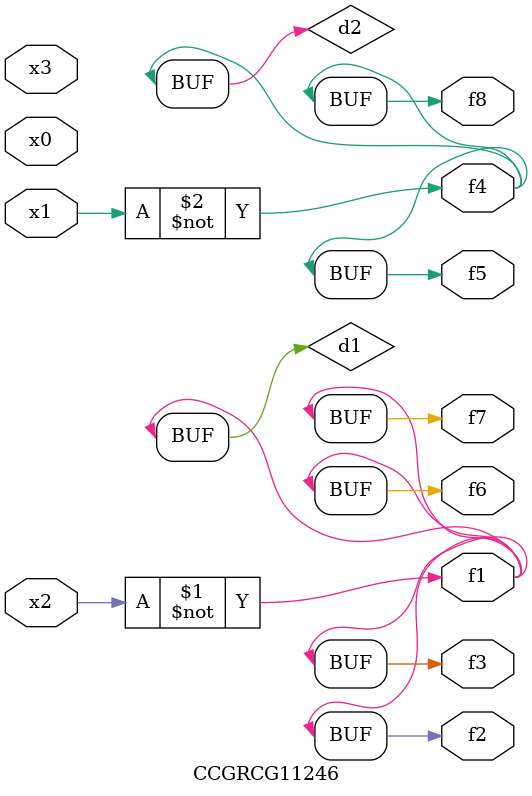
<source format=v>
module CCGRCG11246(
	input x0, x1, x2, x3,
	output f1, f2, f3, f4, f5, f6, f7, f8
);

	wire d1, d2;

	xnor (d1, x2);
	not (d2, x1);
	assign f1 = d1;
	assign f2 = d1;
	assign f3 = d1;
	assign f4 = d2;
	assign f5 = d2;
	assign f6 = d1;
	assign f7 = d1;
	assign f8 = d2;
endmodule

</source>
